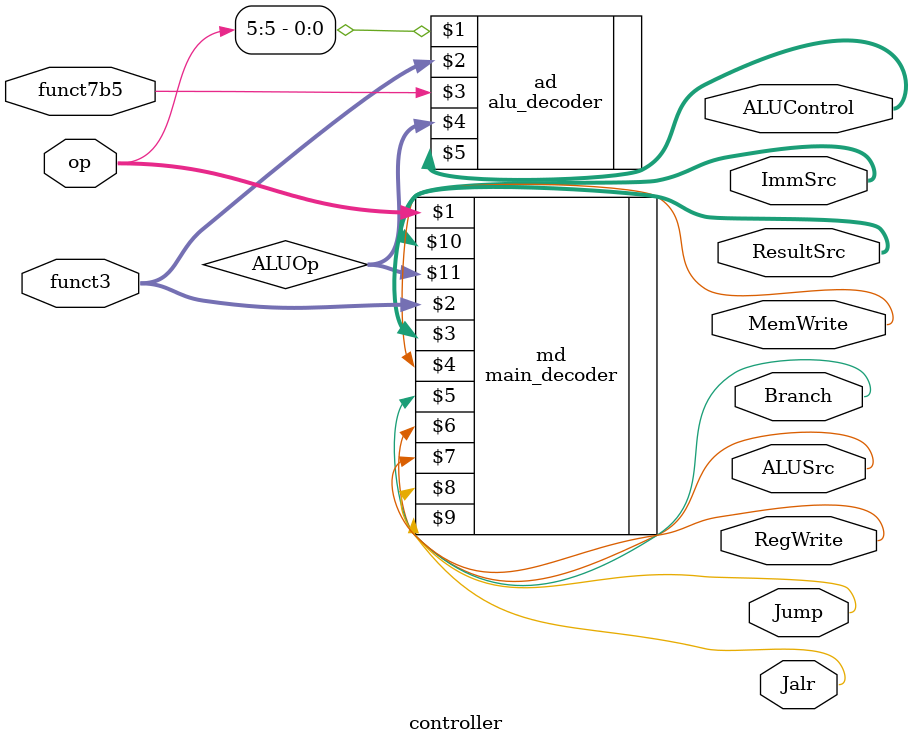
<source format=v>


module controller (
    input [6:0]  op,
    input [2:0]  funct3,
    input        funct7b5,
    output       [1:0] ResultSrc,
    output       MemWrite,
    output       ALUSrc,
    output       RegWrite, Branch, Jump, Jalr,
    output [1:0] ImmSrc,
    output [3:0] ALUControl
);

wire [1:0] ALUOp;

main_decoder    md (op, funct3, ResultSrc, MemWrite, Branch,
                    ALUSrc, RegWrite, Jump, Jalr, ImmSrc, ALUOp);

alu_decoder     ad (op[5], funct3, funct7b5, ALUOp, ALUControl);

endmodule

</source>
